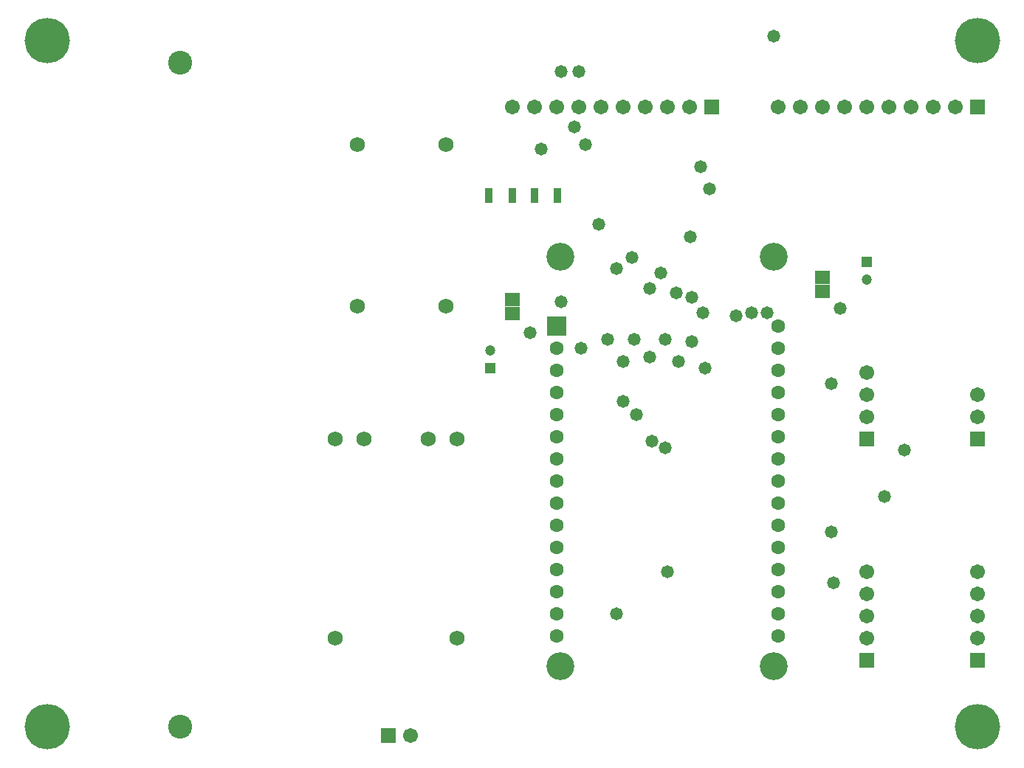
<source format=gts>
G04*
G04 #@! TF.GenerationSoftware,Altium Limited,Altium Designer,23.3.1 (30)*
G04*
G04 Layer_Color=8388736*
%FSLAX25Y25*%
%MOIN*%
G70*
G04*
G04 #@! TF.SameCoordinates,27A53AFF-B7D0-4960-851C-DE89EC337BCC*
G04*
G04*
G04 #@! TF.FilePolarity,Negative*
G04*
G01*
G75*
%ADD15R,0.03764X0.06528*%
%ADD16R,0.06509X0.05918*%
%ADD17R,0.08674X0.08674*%
%ADD18C,0.06300*%
%ADD19C,0.12611*%
%ADD20R,0.04724X0.04724*%
%ADD21C,0.04724*%
%ADD22C,0.06706*%
%ADD23R,0.06706X0.06706*%
%ADD24R,0.06706X0.06706*%
%ADD25C,0.10800*%
%ADD26C,0.06800*%
%ADD27C,0.05800*%
%ADD28C,0.20485*%
D15*
X430442Y440000D02*
D03*
X420000D02*
D03*
X399558D02*
D03*
X410000D02*
D03*
D16*
Y393150D02*
D03*
Y386850D02*
D03*
X550000Y396850D02*
D03*
Y403150D02*
D03*
D17*
X430000Y381000D02*
D03*
D18*
Y371000D02*
D03*
Y361000D02*
D03*
Y351000D02*
D03*
Y341000D02*
D03*
Y331000D02*
D03*
Y321000D02*
D03*
Y311000D02*
D03*
Y301000D02*
D03*
Y291000D02*
D03*
Y281000D02*
D03*
Y271000D02*
D03*
Y261000D02*
D03*
Y251000D02*
D03*
Y241000D02*
D03*
X530000Y381000D02*
D03*
Y371000D02*
D03*
Y361000D02*
D03*
Y351000D02*
D03*
Y341000D02*
D03*
Y331000D02*
D03*
Y321000D02*
D03*
Y311000D02*
D03*
Y301000D02*
D03*
Y291000D02*
D03*
Y281000D02*
D03*
Y271000D02*
D03*
Y261000D02*
D03*
Y251000D02*
D03*
Y241000D02*
D03*
D19*
X431653Y227496D02*
D03*
X528150D02*
D03*
Y412339D02*
D03*
X431653D02*
D03*
D20*
X400000Y362126D02*
D03*
X570000Y410000D02*
D03*
D21*
X400000Y370000D02*
D03*
X570000Y402126D02*
D03*
D22*
X620000Y350000D02*
D03*
Y340000D02*
D03*
X570000Y240000D02*
D03*
Y250000D02*
D03*
Y260000D02*
D03*
Y270000D02*
D03*
Y340000D02*
D03*
Y350000D02*
D03*
Y360000D02*
D03*
X480000Y480000D02*
D03*
X410000D02*
D03*
X420000D02*
D03*
X430000D02*
D03*
X440000D02*
D03*
X450000D02*
D03*
X460000D02*
D03*
X470000D02*
D03*
X490000D02*
D03*
X363953Y196047D02*
D03*
X610000Y480000D02*
D03*
X590000D02*
D03*
X580000D02*
D03*
X570000D02*
D03*
X560000D02*
D03*
X550000D02*
D03*
X540000D02*
D03*
X530000D02*
D03*
X600000D02*
D03*
X620000Y270000D02*
D03*
Y260000D02*
D03*
Y250000D02*
D03*
Y240000D02*
D03*
D23*
Y330000D02*
D03*
X570000Y230000D02*
D03*
Y330000D02*
D03*
X620000Y230000D02*
D03*
D24*
X500000Y480000D02*
D03*
X353953Y196047D02*
D03*
X620000Y480000D02*
D03*
D25*
X260000Y200000D02*
D03*
Y500000D02*
D03*
D26*
X385000Y330000D02*
D03*
X330000D02*
D03*
X343000D02*
D03*
X385000Y240000D02*
D03*
X372000Y330000D02*
D03*
X330000Y240000D02*
D03*
X340000Y390000D02*
D03*
X380000D02*
D03*
X340000Y463000D02*
D03*
X380000D02*
D03*
D27*
X525000Y387000D02*
D03*
X495000Y453000D02*
D03*
X490539Y421500D02*
D03*
X555000Y265000D02*
D03*
X480000Y270000D02*
D03*
X479000Y326000D02*
D03*
X496000Y387000D02*
D03*
X491000Y394000D02*
D03*
X484000Y396000D02*
D03*
X477000Y405000D02*
D03*
X472000Y398000D02*
D03*
X497000Y362000D02*
D03*
X485000Y365000D02*
D03*
X472000Y367000D02*
D03*
X464000Y412000D02*
D03*
X460000Y365000D02*
D03*
X587000Y325000D02*
D03*
X578000Y304000D02*
D03*
X554000Y288000D02*
D03*
Y355000D02*
D03*
X558000Y389000D02*
D03*
X438000Y471000D02*
D03*
X432000Y496000D02*
D03*
X518000Y387000D02*
D03*
X511035Y385964D02*
D03*
X499000Y443000D02*
D03*
X491000Y374000D02*
D03*
X479000Y375000D02*
D03*
X473000Y329000D02*
D03*
X466000Y341000D02*
D03*
X465000Y375000D02*
D03*
X460000Y347000D02*
D03*
X453000Y375000D02*
D03*
X440000Y496000D02*
D03*
X443000Y463000D02*
D03*
X528000Y512000D02*
D03*
X423000Y461000D02*
D03*
X418000Y378000D02*
D03*
X432000Y392000D02*
D03*
X441000Y371000D02*
D03*
X449000Y427000D02*
D03*
X457000Y407000D02*
D03*
Y251000D02*
D03*
D28*
X620000Y200000D02*
D03*
Y510000D02*
D03*
X200000Y200000D02*
D03*
Y510000D02*
D03*
M02*

</source>
